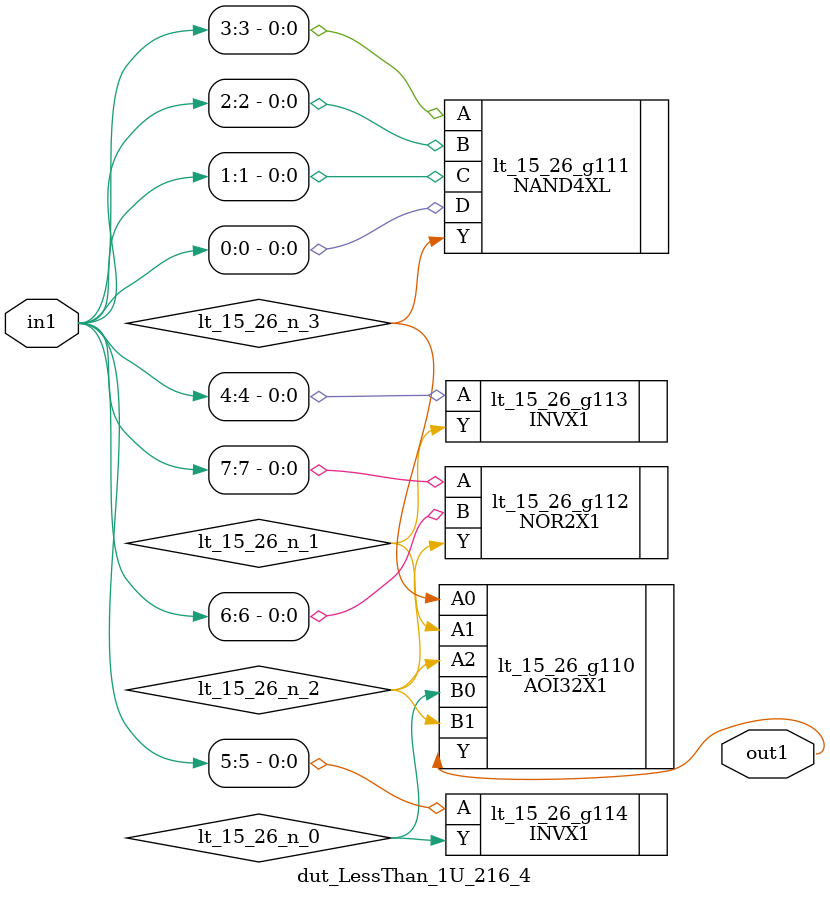
<source format=v>
`timescale 1ps / 1ps


module dut_LessThan_1U_216_4(in1, out1);
  input [7:0] in1;
  output out1;
  wire [7:0] in1;
  wire out1;
  wire lt_15_26_n_0, lt_15_26_n_1, lt_15_26_n_2, lt_15_26_n_3;
  AOI32X1 lt_15_26_g110(.A0 (lt_15_26_n_3), .A1 (lt_15_26_n_1), .A2
       (lt_15_26_n_2), .B0 (lt_15_26_n_0), .B1 (lt_15_26_n_2), .Y
       (out1));
  NAND4XL lt_15_26_g111(.A (in1[3]), .B (in1[2]), .C (in1[1]), .D
       (in1[0]), .Y (lt_15_26_n_3));
  NOR2X1 lt_15_26_g112(.A (in1[7]), .B (in1[6]), .Y (lt_15_26_n_2));
  INVX1 lt_15_26_g113(.A (in1[4]), .Y (lt_15_26_n_1));
  INVX1 lt_15_26_g114(.A (in1[5]), .Y (lt_15_26_n_0));
endmodule



</source>
